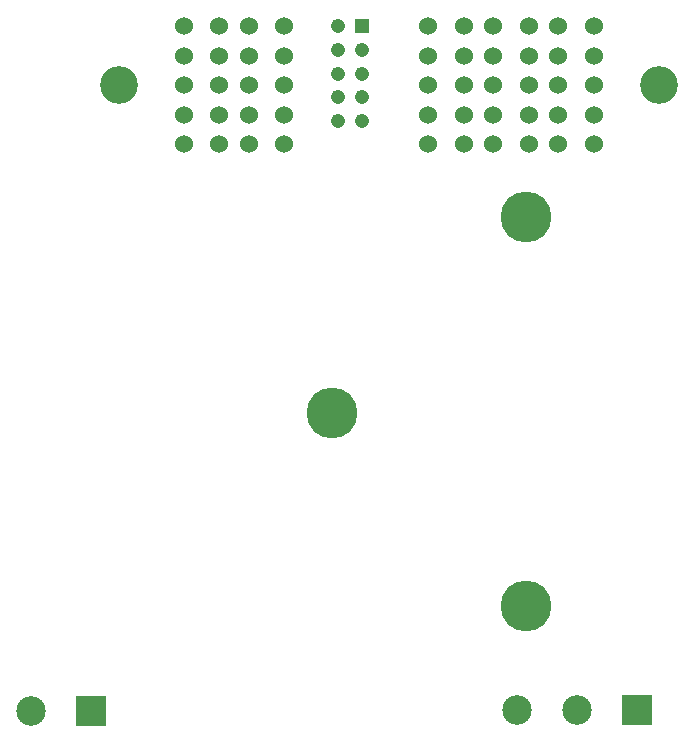
<source format=gbr>
%TF.GenerationSoftware,KiCad,Pcbnew,(6.0.1-0)*%
%TF.CreationDate,2023-01-20T10:08:17-08:00*%
%TF.ProjectId,ESC Daughterboard,45534320-4461-4756-9768-746572626f61,rev?*%
%TF.SameCoordinates,Original*%
%TF.FileFunction,Soldermask,Bot*%
%TF.FilePolarity,Negative*%
%FSLAX46Y46*%
G04 Gerber Fmt 4.6, Leading zero omitted, Abs format (unit mm)*
G04 Created by KiCad (PCBNEW (6.0.1-0)) date 2023-01-20 10:08:17*
%MOMM*%
%LPD*%
G01*
G04 APERTURE LIST*
%ADD10R,2.500000X2.500000*%
%ADD11C,2.500000*%
%ADD12C,4.300000*%
%ADD13C,3.200000*%
%ADD14R,1.208000X1.208000*%
%ADD15C,1.208000*%
%ADD16C,1.530000*%
G04 APERTURE END LIST*
D10*
%TO.C,Phase 1*%
X167400000Y-119800000D03*
D11*
X162320000Y-119800000D03*
X157240000Y-119800000D03*
%TD*%
D12*
%TO.C,H1*%
X157960000Y-111000000D03*
%TD*%
D13*
%TO.C,J5*%
X123500000Y-66892500D03*
X169210000Y-66892500D03*
D14*
X144070000Y-61902500D03*
D15*
X142070000Y-61902500D03*
X144070000Y-63902500D03*
X142070000Y-63902500D03*
X144070000Y-65902500D03*
X142070000Y-65902500D03*
X144070000Y-67902500D03*
X142070000Y-67902500D03*
X144070000Y-69902500D03*
X142070000Y-69902500D03*
D16*
X163710000Y-71892500D03*
X163710000Y-69392500D03*
X163710000Y-66892500D03*
X163710000Y-64392500D03*
X163710000Y-61892500D03*
X160710000Y-61892500D03*
X160710000Y-64392500D03*
X160710000Y-66892500D03*
X160710000Y-69392500D03*
X160710000Y-71892500D03*
X158210000Y-71892500D03*
X158210000Y-69392500D03*
X158210000Y-66892500D03*
X158210000Y-64392500D03*
X158210000Y-61892500D03*
X155210000Y-61892500D03*
X155210000Y-64392500D03*
X155210000Y-66892500D03*
X155210000Y-69392500D03*
X155210000Y-71892500D03*
X152710000Y-71892500D03*
X152710000Y-69392500D03*
X152710000Y-66892500D03*
X152710000Y-64392500D03*
X152710000Y-61892500D03*
X149710000Y-61892500D03*
X149710000Y-64392500D03*
X149710000Y-66892500D03*
X149710000Y-69392500D03*
X149710000Y-71892500D03*
X137500000Y-71892500D03*
X137500000Y-69392500D03*
X137500000Y-66892500D03*
X137500000Y-64392500D03*
X137500000Y-61892500D03*
X134500000Y-61892500D03*
X134500000Y-64392500D03*
X134500000Y-66892500D03*
X134500000Y-69392500D03*
X134500000Y-71892500D03*
X132000000Y-71892500D03*
X132000000Y-69392500D03*
X132000000Y-66892500D03*
X132000000Y-64392500D03*
X132000000Y-61892500D03*
X129000000Y-61892500D03*
X129000000Y-64392500D03*
X129000000Y-66892500D03*
X129000000Y-69392500D03*
X129000000Y-71892500D03*
%TD*%
D12*
%TO.C,H3*%
X141560000Y-94600000D03*
%TD*%
%TO.C,H2*%
X157960000Y-78000000D03*
%TD*%
D10*
%TO.C,J2*%
X121165000Y-119820000D03*
D11*
X116085000Y-119820000D03*
%TD*%
M02*

</source>
